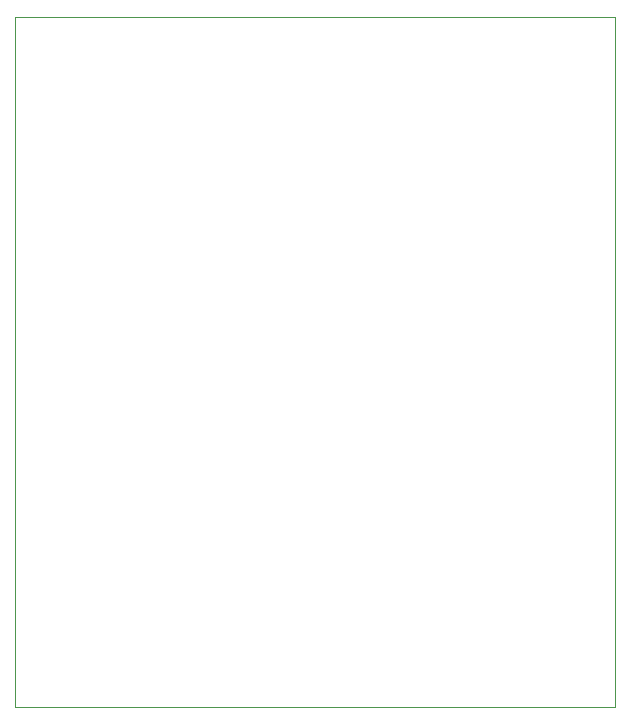
<source format=gbr>
%TF.GenerationSoftware,KiCad,Pcbnew,(5.1.12)-1*%
%TF.CreationDate,2022-06-02T00:13:14+02:00*%
%TF.ProjectId,strain gauge messurment,73747261-696e-4206-9761-756765206d65,rev?*%
%TF.SameCoordinates,Original*%
%TF.FileFunction,Profile,NP*%
%FSLAX46Y46*%
G04 Gerber Fmt 4.6, Leading zero omitted, Abs format (unit mm)*
G04 Created by KiCad (PCBNEW (5.1.12)-1) date 2022-06-02 00:13:14*
%MOMM*%
%LPD*%
G01*
G04 APERTURE LIST*
%TA.AperFunction,Profile*%
%ADD10C,0.050000*%
%TD*%
G04 APERTURE END LIST*
D10*
X162560000Y-95250000D02*
X160020000Y-95250000D01*
X111760000Y-153670000D02*
X111760000Y-95250000D01*
X162560000Y-153670000D02*
X111760000Y-153670000D01*
X162560000Y-95250000D02*
X162560000Y-153670000D01*
X111760000Y-95250000D02*
X160020000Y-95250000D01*
M02*

</source>
